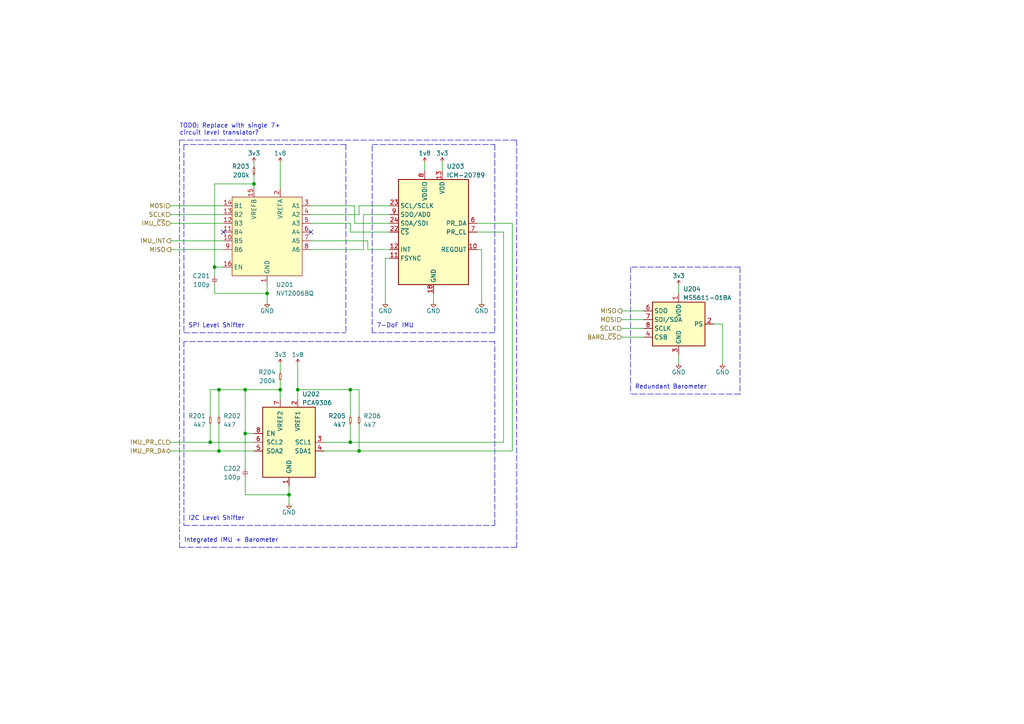
<source format=kicad_sch>
(kicad_sch (version 20211123) (generator eeschema)
  (paper "A4")
  (title_block (title "Lychee Flight Computer") (date "2021-12-31") (rev "1") (company "Cambridge University Spaceflight") (comment 1 "Drawn By H. Franks"))
  (lib_symbols
    (symbol "Strix:1v8" (power) (pin_numbers hide) (pin_names (offset 1.016) hide)
      (property "Value" "1v8" (at 0 2.286 0))
      (symbol "1v8_0_1"
        (polyline (pts (xy 0 1.27) (xy 0.508 0.508)))
        (polyline (pts (xy 0 0) (xy 0 1.27) (xy -0.508 0.508)))
      )
      (symbol "1v8_1_1"
        (pin power_in line (at 0 0 180) (length 0) hide (name "1v8") (number "1"))
      )
    )
    (symbol "Strix:3v3" (power) (pin_numbers hide) (pin_names (offset 1.016) hide)
      (property "Value" "3v3" (at 0 2.286 0))
      (symbol "3v3_0_1"
        (polyline (pts (xy 0 1.27) (xy 0.508 0.508)))
        (polyline (pts (xy 0 0) (xy 0 1.27) (xy -0.508 0.508)))
      )
      (symbol "3v3_1_1"
        (pin power_in line (at 0 0 180) (length 0) hide (name "3v3") (number "1"))
      )
    )
    (symbol "Strix:C" (pin_numbers hide) (pin_names (offset 1.016) hide)
      (property "Reference" "C" (at 1.27 1.778 0))
      (property "Value" "C" (at 1.27 -1.778 0))
      (symbol "C_0_1"
        (polyline (pts (xy 1.016 0.762) (xy 1.016 -0.762)))
        (polyline (pts (xy 1.524 0.762) (xy 1.524 -0.762)))
      )
      (symbol "C_1_1"
        (pin passive line (at 0 0 0) (length 1.016) (name "~") (number "1"))
        (pin passive line (at 2.54 0 180) (length 1.016) (name "~") (number "2"))
      )
    )
    (symbol "Strix:GND" (power) (pin_numbers hide) (pin_names (offset 1.016) hide)
      (property "Value" "GND" (at 0 -2.54 0))
      (symbol "GND_0_1"
        (polyline (pts (xy 0 0) (xy 0 -0.762)))
        (polyline (pts (xy -0.762 -0.762) (xy 0.762 -0.762) (xy 0 -1.524) (xy -0.762 -0.762)) (fill (type background)))
      )
      (symbol "GND_1_1"
        (pin power_in line (at 0 0 180) (length 0) hide (name "GND") (number "1"))
      )
    )
    (symbol "Strix:ICM-20789"
      (property "Reference" "U" (at 11.43 16.51 0))
      (property "Value" "ICM-20789" (at 11.43 13.97 0))
      (symbol "ICM-20789_0_1"
        (rectangle (start -10.16 15.24) (end 10.16 -15.24) (stroke (width 0.254)) (fill (type background)))
      )
      (symbol "ICM-20789_1_1"
        (pin no_connect line (at -12.7 12.7 0) (length 2.54) hide (name "NC") (number "1"))
        (pin passive line (at 12.7 -5.08 180) (length 2.54) (name "REGOUT") (number "10"))
        (pin input line (at -12.7 -7.62 0) (length 2.54) (name "FSYNC") (number "11"))
        (pin output line (at -12.7 -5.08 0) (length 2.54) (name "INT") (number "12"))
        (pin power_in line (at 2.54 17.78 270) (length 2.54) (name "VDD") (number "13"))
        (pin no_connect line (at 12.7 10.16 180) (length 2.54) hide (name "NC") (number "14"))
        (pin no_connect line (at 12.7 7.62 180) (length 2.54) hide (name "NC") (number "15"))
        (pin no_connect line (at 12.7 -7.62 180) (length 2.54) hide (name "NC") (number "16"))
        (pin no_connect line (at 12.7 -10.16 180) (length 2.54) hide (name "NC") (number "17"))
        (pin power_in line (at 0 -17.78 90) (length 2.54) (name "GND") (number "18"))
        (pin no_connect line (at 12.7 -12.7 180) (length 2.54) hide (name "NC") (number "19"))
        (pin no_connect line (at -12.7 10.16 0) (length 2.54) hide (name "NC") (number "2"))
        (pin no_connect line (at 0 -17.78 90) (length 2.54) hide (name "NC") (number "20"))
        (pin no_connect line (at 12.7 5.08 180) (length 2.54) hide (name "NC") (number "21"))
        (pin input line (at -12.7 0 0) (length 2.54) (name "~{CS}") (number "22"))
        (pin input line (at -12.7 7.62 0) (length 2.54) (name "SCL/SCLK") (number "23"))
        (pin bidirectional line (at -12.7 2.54 0) (length 2.54) (name "SDA/SDI") (number "24"))
        (pin no_connect line (at -12.7 -2.54 0) (length 2.54) hide (name "NC") (number "3"))
        (pin no_connect line (at -12.7 -10.16 0) (length 2.54) hide (name "NC") (number "4"))
        (pin no_connect line (at -12.7 -12.7 0) (length 2.54) hide (name "NC") (number "5"))
        (pin bidirectional line (at 12.7 2.54 180) (length 2.54) (name "PR_DA") (number "6"))
        (pin input line (at 12.7 0 180) (length 2.54) (name "PR_CL") (number "7"))
        (pin power_in line (at -2.54 17.78 270) (length 2.54) (name "VDDIO") (number "8"))
        (pin bidirectional line (at -12.7 5.08 0) (length 2.54) (name "SDO/AD0") (number "9"))
      )
    )
    (symbol "Strix:MS5611-01BA"
      (property "Reference" "U" (at -6.35 7.62 0))
      (property "Value" "MS5611-01BA" (at 7.62 7.62 0))
      (symbol "MS5611-01BA_0_1"
        (rectangle (start -7.62 6.35) (end 7.62 -6.35) (stroke (width 0.254)) (fill (type background)))
      )
      (symbol "MS5611-01BA_1_1"
        (pin power_in line (at 0 8.89 270) (length 2.54) (name "VDD") (number "1"))
        (pin input line (at 10.16 0 180) (length 2.54) (name "PS") (number "2"))
        (pin power_in line (at 0 -8.89 90) (length 2.54) (name "GND") (number "3"))
        (pin input line (at -10.16 -3.81 0) (length 2.54) (name "CSB") (number "4"))
        (pin input line (at -10.16 -3.81 0) (length 2.54) hide (name "CSB") (number "5"))
        (pin output line (at -10.16 3.81 0) (length 2.54) (name "SDO") (number "6"))
        (pin bidirectional line (at -10.16 1.27 0) (length 2.54) (name "SDI/SDA") (number "7"))
        (pin input line (at -10.16 -1.27 0) (length 2.54) (name "SCLK") (number "8"))
      )
    )
    (symbol "Strix:NVT2006BQ"
      (property "Reference" "U" (at 5.08 12.7 0))
      (property "Value" "NVT2006BQ" (at 5.08 10.16 0))
      (symbol "NVT2006BQ_0_0"
        (pin power_in line (at 0 -16.51 90) (length 2.54) (name "GND") (number "1"))
        (pin bidirectional line (at 12.7 -3.81 180) (length 2.54) (name "B5") (number "10"))
        (pin bidirectional line (at 12.7 -1.27 180) (length 2.54) (name "B4") (number "11"))
        (pin bidirectional line (at 12.7 1.27 180) (length 2.54) (name "B3") (number "12"))
        (pin bidirectional line (at 12.7 3.81 180) (length 2.54) (name "B2") (number "13"))
        (pin bidirectional line (at 12.7 6.35 180) (length 2.54) (name "B1") (number "14"))
        (pin power_in line (at 3.81 11.43 270) (length 2.54) (name "VREFB") (number "15"))
        (pin input line (at 12.7 -11.43 180) (length 2.54) (name "EN") (number "16"))
        (pin power_in line (at -3.81 11.43 270) (length 2.54) (name "VREFA") (number "2"))
        (pin bidirectional line (at -12.7 6.35 0) (length 2.54) (name "A1") (number "3"))
        (pin bidirectional line (at -12.7 3.81 0) (length 2.54) (name "A2") (number "4"))
        (pin bidirectional line (at -12.7 1.27 0) (length 2.54) (name "A3") (number "5"))
        (pin bidirectional line (at -12.7 -1.27 0) (length 2.54) (name "A4") (number "6"))
        (pin bidirectional line (at -12.7 -3.81 0) (length 2.54) (name "A5") (number "7"))
        (pin bidirectional line (at -12.7 -6.35 0) (length 2.54) (name "A6") (number "8"))
        (pin bidirectional line (at 12.7 -6.35 180) (length 2.54) (name "B6") (number "9"))
      )
      (symbol "NVT2006BQ_0_1"
        (rectangle (start -10.16 8.89) (end 10.16 -13.97) (fill (type background)))
      )
    )
    (symbol "Strix:PCA9306" (pin_names (offset 1.016))
      (property "Reference" "U" (at -7.62 11.43 0))
      (property "Value" "PCA9306" (at 5.08 11.43 0))
      (symbol "PCA9306_0_1"
        (rectangle (start -7.62 10.16) (end 7.62 -10.16) (stroke (width 0.254)) (fill (type background)))
      )
      (symbol "PCA9306_1_1"
        (pin power_in line (at 0 -12.7 90) (length 2.54) (name "GND") (number "1"))
        (pin power_in line (at -2.54 12.7 270) (length 2.54) (name "VREF1") (number "2"))
        (pin bidirectional line (at -10.16 0 0) (length 2.54) (name "SCL1") (number "3"))
        (pin bidirectional line (at -10.16 -2.54 0) (length 2.54) (name "SDA1") (number "4"))
        (pin bidirectional line (at 10.16 -2.54 180) (length 2.54) (name "SDA2") (number "5"))
        (pin bidirectional line (at 10.16 0 180) (length 2.54) (name "SCL2") (number "6"))
        (pin power_in line (at 2.54 12.7 270) (length 2.54) (name "VREF2") (number "7"))
        (pin input line (at 10.16 2.54 180) (length 2.54) (name "EN") (number "8"))
      )
    )
    (symbol "Strix:R" (pin_numbers hide) (pin_names (offset 1.016) hide)
      (property "Reference" "R" (at 1.27 1.27 0))
      (property "Value" "R" (at 1.27 -1.27 0))
      (symbol "R_0_1"
        (rectangle (start 0.508 0.254) (end 2.032 -0.254) (fill (type background)))
      )
      (symbol "R_1_1"
        (pin passive line (at 0 0 0) (length 0.508) (name "~") (number "1"))
        (pin passive line (at 2.54 0 180) (length 0.508) (name "~") (number "2"))
      )
    )
  )
  (junction (at 101.6 128.27))
  (junction (at 63.5 113.03))
  (junction (at 62.23 77.47))
  (junction (at 60.96 128.27))
  (junction (at 86.36 113.03))
  (junction (at 81.28 113.03))
  (junction (at 73.66 53.34))
  (junction (at 104.14 130.81))
  (junction (at 83.82 143.51))
  (junction (at 77.47 85.09))
  (junction (at 71.12 113.03))
  (junction (at 71.12 125.73))
  (junction (at 63.5 130.81))
  (junction (at 101.6 113.03))
  (no_connect (at 90.17 67.31))
  (no_connect (at 64.77 67.31))
  (wire (pts (xy 128.27 49.53) (xy 128.27 46.99)))
  (polyline (pts (xy 143.51 96.52) (xy 107.95 96.52)))
  (wire (pts (xy 90.17 62.23) (xy 104.14 62.23)))
  (wire (pts (xy 62.23 85.09) (xy 77.47 85.09)))
  (wire (pts (xy 49.53 128.27) (xy 60.96 128.27)))
  (wire (pts (xy 73.66 50.8) (xy 73.66 53.34)))
  (polyline (pts (xy 214.63 114.3) (xy 182.88 114.3)))
  (wire (pts (xy 113.03 64.77) (xy 102.87 64.77)))
  (wire (pts (xy 81.28 110.49) (xy 81.28 113.03)))
  (polyline (pts (xy 107.95 41.91) (xy 143.51 41.91)))
  (wire (pts (xy 101.6 128.27) (xy 146.05 128.27)))
  (wire (pts (xy 49.53 69.85) (xy 64.77 69.85)))
  (wire (pts (xy 62.23 53.34) (xy 73.66 53.34)))
  (wire (pts (xy 93.98 130.81) (xy 104.14 130.81)))
  (wire (pts (xy 71.12 125.73) (xy 73.66 125.73)))
  (wire (pts (xy 77.47 85.09) (xy 77.47 87.63)))
  (wire (pts (xy 104.14 123.19) (xy 104.14 130.81)))
  (wire (pts (xy 62.23 82.55) (xy 62.23 85.09)))
  (wire (pts (xy 49.53 130.81) (xy 63.5 130.81)))
  (wire (pts (xy 104.14 59.69) (xy 113.03 59.69)))
  (wire (pts (xy 63.5 113.03) (xy 71.12 113.03)))
  (wire (pts (xy 180.34 92.71) (xy 186.69 92.71)))
  (wire (pts (xy 106.68 72.39) (xy 106.68 69.85)))
  (polyline (pts (xy 214.63 77.47) (xy 182.88 77.47)))
  (polyline (pts (xy 53.34 41.91) (xy 53.34 96.52)))
  (wire (pts (xy 73.66 46.99) (xy 73.66 48.26)))
  (wire (pts (xy 71.12 143.51) (xy 83.82 143.51)))
  (wire (pts (xy 71.12 125.73) (xy 71.12 135.89)))
  (wire (pts (xy 63.5 113.03) (xy 60.96 113.03)))
  (wire (pts (xy 104.14 62.23) (xy 104.14 59.69)))
  (wire (pts (xy 102.87 64.77) (xy 102.87 59.69)))
  (wire (pts (xy 63.5 113.03) (xy 63.5 120.65)))
  (wire (pts (xy 101.6 113.03) (xy 104.14 113.03)))
  (wire (pts (xy 83.82 143.51) (xy 83.82 146.05)))
  (wire (pts (xy 101.6 64.77) (xy 90.17 64.77)))
  (polyline (pts (xy 53.34 99.06) (xy 53.34 152.4)))
  (wire (pts (xy 81.28 105.41) (xy 81.28 107.95)))
  (wire (pts (xy 148.59 130.81) (xy 148.59 64.77)))
  (wire (pts (xy 104.14 113.03) (xy 104.14 120.65)))
  (wire (pts (xy 86.36 105.41) (xy 86.36 113.03)))
  (polyline (pts (xy 100.33 41.91) (xy 53.34 41.91)))
  (wire (pts (xy 90.17 72.39) (xy 105.41 72.39)))
  (wire (pts (xy 102.87 59.69) (xy 90.17 59.69)))
  (wire (pts (xy 111.76 74.93) (xy 113.03 74.93)))
  (polyline (pts (xy 182.88 77.47) (xy 182.88 114.3)))
  (wire (pts (xy 71.12 113.03) (xy 71.12 125.73)))
  (wire (pts (xy 139.7 72.39) (xy 139.7 87.63)))
  (wire (pts (xy 49.53 62.23) (xy 64.77 62.23)))
  (wire (pts (xy 60.96 113.03) (xy 60.96 120.65)))
  (wire (pts (xy 73.66 53.34) (xy 73.66 54.61)))
  (polyline (pts (xy 214.63 77.47) (xy 214.63 114.3)))
  (wire (pts (xy 196.85 85.09) (xy 196.85 82.55)))
  (wire (pts (xy 60.96 128.27) (xy 73.66 128.27)))
  (wire (pts (xy 123.19 49.53) (xy 123.19 46.99)))
  (wire (pts (xy 180.34 95.25) (xy 186.69 95.25)))
  (wire (pts (xy 81.28 46.99) (xy 81.28 54.61)))
  (wire (pts (xy 81.28 113.03) (xy 81.28 115.57)))
  (wire (pts (xy 83.82 140.97) (xy 83.82 143.51)))
  (wire (pts (xy 49.53 72.39) (xy 64.77 72.39)))
  (polyline (pts (xy 149.86 40.64) (xy 149.86 158.75)))
  (wire (pts (xy 105.41 72.39) (xy 105.41 62.23)))
  (polyline (pts (xy 149.86 158.75) (xy 52.07 158.75)))
  (wire (pts (xy 62.23 77.47) (xy 62.23 80.01)))
  (wire (pts (xy 111.76 74.93) (xy 111.76 87.63)))
  (wire (pts (xy 106.68 69.85) (xy 90.17 69.85)))
  (wire (pts (xy 101.6 123.19) (xy 101.6 128.27)))
  (polyline (pts (xy 107.95 96.52) (xy 107.95 41.91)))
  (wire (pts (xy 63.5 123.19) (xy 63.5 130.81)))
  (wire (pts (xy 101.6 113.03) (xy 86.36 113.03)))
  (wire (pts (xy 209.55 93.98) (xy 209.55 105.41)))
  (wire (pts (xy 105.41 62.23) (xy 113.03 62.23)))
  (wire (pts (xy 101.6 120.65) (xy 101.6 113.03)))
  (polyline (pts (xy 52.07 40.64) (xy 149.86 40.64)))
  (polyline (pts (xy 53.34 152.4) (xy 143.51 152.4)))
  (wire (pts (xy 104.14 130.81) (xy 148.59 130.81)))
  (wire (pts (xy 86.36 113.03) (xy 86.36 115.57)))
  (wire (pts (xy 93.98 128.27) (xy 101.6 128.27)))
  (wire (pts (xy 125.73 85.09) (xy 125.73 87.63)))
  (polyline (pts (xy 143.51 41.91) (xy 143.51 96.52)))
  (wire (pts (xy 113.03 67.31) (xy 101.6 67.31)))
  (wire (pts (xy 71.12 138.43) (xy 71.12 143.51)))
  (wire (pts (xy 77.47 82.55) (xy 77.47 85.09)))
  (polyline (pts (xy 53.34 96.52) (xy 100.33 96.52)))
  (wire (pts (xy 113.03 72.39) (xy 106.68 72.39)))
  (wire (pts (xy 196.85 102.87) (xy 196.85 105.41)))
  (wire (pts (xy 146.05 67.31) (xy 146.05 128.27)))
  (polyline (pts (xy 100.33 41.91) (xy 100.33 96.52)))
  (wire (pts (xy 49.53 64.77) (xy 64.77 64.77)))
  (wire (pts (xy 49.53 59.69) (xy 64.77 59.69)))
  (wire (pts (xy 138.43 67.31) (xy 146.05 67.31)))
  (wire (pts (xy 101.6 67.31) (xy 101.6 64.77)))
  (polyline (pts (xy 52.07 40.64) (xy 52.07 158.75)))
  (wire (pts (xy 138.43 72.39) (xy 139.7 72.39)))
  (wire (pts (xy 180.34 90.17) (xy 186.69 90.17)))
  (wire (pts (xy 71.12 113.03) (xy 81.28 113.03)))
  (wire (pts (xy 62.23 53.34) (xy 62.23 77.47)))
  (wire (pts (xy 209.55 93.98) (xy 207.01 93.98)))
  (polyline (pts (xy 143.51 152.4) (xy 143.51 99.06)))
  (wire (pts (xy 62.23 77.47) (xy 64.77 77.47)))
  (wire (pts (xy 180.34 97.79) (xy 186.69 97.79)))
  (wire (pts (xy 60.96 123.19) (xy 60.96 128.27)))
  (wire (pts (xy 148.59 64.77) (xy 138.43 64.77)))
  (wire (pts (xy 63.5 130.81) (xy 73.66 130.81)))
  (polyline (pts (xy 143.51 99.06) (xy 53.34 99.06)))
  (text "SPI Level Shifter" (at 54.61 95.25 0) (effects (font (size 1.27 1.27)) (justify left bottom)))
  (text "Integrated IMU + Barometer" (at 53.34 157.48 0) (effects (font (size 1.27 1.27)) (justify left bottom)))
  (text "Redundant Barometer" (at 184.15 113.03 0) (effects (font (size 1.27 1.27)) (justify left bottom)))
  (text "I2C Level Shifter" (at 54.61 151.13 0) (effects (font (size 1.27 1.27)) (justify left bottom)))
  (text "TODO: Replace with single 7+\ncircuit level translator?" (at 52.07 39.37 0) (effects (font (size 1.27 1.27)) (justify left bottom)))
  (text "7-DoF IMU" (at 109.22 95.25 0) (effects (font (size 1.27 1.27)) (justify left bottom)))
  (hierarchical_label "IMU_INT" (shape output) (at 49.53 69.85 180))
  (hierarchical_label "SCLK" (shape input) (at 180.34 95.25 180))
  (hierarchical_label "MOSI" (shape input) (at 180.34 92.71 180))
  (hierarchical_label "BARO_~{CS}" (shape input) (at 180.34 97.79 180))
  (hierarchical_label "IMU_PR_CL" (shape input) (at 49.53 128.27 180))
  (hierarchical_label "MOSI" (shape input) (at 49.53 59.69 180))
  (hierarchical_label "IMU_PR_DA" (shape bidirectional) (at 49.53 130.81 180))
  (hierarchical_label "MISO" (shape output) (at 180.34 90.17 180))
  (hierarchical_label "MISO" (shape output) (at 49.53 72.39 180))
  (hierarchical_label "IMU_~{CS}" (shape input) (at 49.53 64.77 180))
  (hierarchical_label "SCLK" (shape input) (at 49.53 62.23 180))
  (symbol (lib_id "Strix:GND") (at 196.85 105.41 0) (unit 1)
    (property "Reference" "#PWR0213" (effects hide))
    (property "Value" "GND" (at 196.85 107.95 0))
  )
  (symbol (lib_id "Strix:3v3") (at 196.85 82.55 0) (unit 1)
    (property "Reference" "#PWR0212" (effects hide))
    (property "Value" "3v3" (at 196.85 80.01 0))
  )
  (symbol (lib_id "Strix:1v8") (at 81.28 46.99 0) (unit 1)
    (property "Reference" "#PWR0203" (effects hide))
    (property "Value" "1v8" (at 81.28 44.45 0))
  )
  (symbol (lib_id "Strix:GND") (at 77.47 87.63 0) (mirror y) (unit 1)
    (property "Reference" "#PWR0202" (effects hide))
    (property "Value" "GND" (at 77.47 90.17 0))
  )
  (symbol (lib_id "Strix:1v8") (at 123.19 46.99 0) (unit 1)
    (property "Reference" "#PWR0208" (effects hide))
    (property "Value" "1v8" (at 123.19 44.45 0))
  )
  (symbol (lib_id "Strix:3v3") (at 128.27 46.99 0) (unit 1)
    (property "Reference" "#PWR0210" (effects hide))
    (property "Value" "3v3" (at 128.27 44.45 0))
  )
  (symbol (lib_id "Strix:GND") (at 125.73 87.63 0) (unit 1)
    (property "Reference" "#PWR0209" (effects hide))
    (property "Value" "GND" (at 125.73 90.17 0))
  )
  (symbol (lib_id "Strix:GND") (at 139.7 87.63 0) (unit 1)
    (property "Reference" "#PWR0211" (effects hide))
    (property "Value" "GND" (at 139.7 90.17 0))
  )
  (symbol (lib_id "Strix:GND") (at 111.76 87.63 0) (unit 1)
    (property "Reference" "#PWR0207" (effects hide))
    (property "Value" "GND" (at 111.76 90.17 0))
  )
  (symbol (lib_id "Strix:NVT2006BQ") (at 77.47 66.04 0) (mirror y) (unit 1)
    (property "Reference" "U201" (at 80.01 82.55 0) (effects (justify right)))
    (property "Value" "NVT2006BQ" (at 80.01 85.09 0) (effects (justify right)))
    (property "Footprint" "Strix:NVT2006BQ" (effects hide))
  )
  (symbol (lib_id "Strix:R") (at 104.14 120.65 270) (unit 1)
    (property "Reference" "R206" (at 105.41 120.65 90) (effects (justify left)))
    (property "Value" "4k7" (at 105.41 123.19 90) (effects (justify left)))
    (property "Footprint" "Strix:R_0402" (effects hide))
  )
  (symbol (lib_id "Strix:R") (at 101.6 120.65 90) (mirror x) (unit 1)
    (property "Reference" "R205" (at 100.33 120.65 90) (effects (justify left)))
    (property "Value" "4k7" (at 100.33 123.19 90) (effects (justify left)))
    (property "Footprint" "Strix:R_0402" (effects hide))
  )
  (symbol (lib_id "Strix:GND") (at 209.55 105.41 0) (unit 1)
    (property "Reference" "#PWR0214" (effects hide))
    (property "Value" "GND" (at 209.55 107.95 0))
  )
  (symbol (lib_id "Strix:C") (at 62.23 82.55 90) (unit 1)
    (property "Reference" "C201" (at 60.96 80.01 90) (effects (justify left)))
    (property "Value" "100p" (at 60.96 82.55 90) (effects (justify left)))
    (property "Footprint" "Strix:C_0402" (effects hide))
  )
  (symbol (lib_id "Strix:1v8") (at 86.36 105.41 0) (unit 1)
    (property "Reference" "#PWR0206" (effects hide))
    (property "Value" "1v8" (at 86.36 102.87 0))
  )
  (symbol (lib_id "Strix:3v3") (at 73.66 46.99 0) (unit 1)
    (property "Reference" "#PWR0201" (effects hide))
    (property "Value" "3v3" (at 73.66 44.45 0))
  )
  (symbol (lib_id "Strix:GND") (at 83.82 146.05 0) (mirror y) (unit 1)
    (property "Reference" "#PWR0205" (effects hide))
    (property "Value" "GND" (at 83.82 148.59 0))
  )
  (symbol (lib_id "Strix:ICM-20789") (at 125.73 67.31 0) (unit 1)
    (property "Reference" "U203" (at 129.54 48.26 0) (effects (justify left)))
    (property "Value" "ICM-20789" (at 129.54 50.8 0) (effects (justify left)))
    (property "Footprint" "Strix:ICM-20789" (effects hide))
    (property "Datasheet" "http://www.invensense.com/wp-content/uploads/2016/06/DS-000189-ICM-20948-v1.3.pdf" (effects hide))
  )
  (symbol (lib_id "Strix:R") (at 60.96 120.65 90) (mirror x) (unit 1)
    (property "Reference" "R201" (at 59.69 120.65 90) (effects (justify left)))
    (property "Value" "4k7" (at 59.69 123.19 90) (effects (justify left)))
    (property "Footprint" "Strix:R_0402" (effects hide))
  )
  (symbol (lib_id "Strix:R") (at 73.66 48.26 90) (mirror x) (unit 1)
    (property "Reference" "R203" (at 72.39 48.26 90) (effects (justify left)))
    (property "Value" "200k" (at 72.39 50.8 90) (effects (justify left)))
    (property "Footprint" "Strix:R_0402" (effects hide))
  )
  (symbol (lib_id "Strix:R") (at 63.5 120.65 270) (unit 1)
    (property "Reference" "R202" (at 64.77 120.65 90) (effects (justify left)))
    (property "Value" "4k7" (at 64.77 123.19 90) (effects (justify left)))
    (property "Footprint" "Strix:R_0402" (effects hide))
  )
  (symbol (lib_id "Strix:3v3") (at 81.28 105.41 0) (unit 1)
    (property "Reference" "#PWR0204" (effects hide))
    (property "Value" "3v3" (at 81.28 102.87 0))
  )
  (symbol (lib_id "Strix:PCA9306") (at 83.82 128.27 0) (mirror y) (unit 1)
    (property "Reference" "U202" (at 87.63 114.3 0) (effects (justify right)))
    (property "Value" "PCA9306" (at 87.63 116.84 0) (effects (justify right)))
    (property "Footprint" "Strix:PCA9306" (effects hide))
    (property "Datasheet" "http://www.ti.com/lit/ds/symlink/pca9306.pdf" (effects hide))
  )
  (symbol (lib_id "Strix:R") (at 81.28 107.95 90) (mirror x) (unit 1)
    (property "Reference" "R204" (at 80.01 107.95 90) (effects (justify left)))
    (property "Value" "200k" (at 80.01 110.49 90) (effects (justify left)))
    (property "Footprint" "Strix:R_0402" (effects hide))
  )
  (symbol (lib_id "Strix:MS5611-01BA") (at 196.85 93.98 0) (unit 1)
    (property "Reference" "U204" (at 198.12 83.82 0) (effects (justify left)))
    (property "Value" "MS5611-01BA" (at 198.12 86.36 0) (effects (justify left)))
    (property "Footprint" "Strix:MS5611-01BA" (effects hide))
    (property "Datasheet" "https://www.te.com/commerce/DocumentDelivery/DDEController?Action=srchrtrv&DocNm=MS5611-01BA03&DocType=Data+Sheet&DocLang=English" (effects hide))
  )
  (symbol (lib_id "Strix:C") (at 71.12 138.43 90) (unit 1)
    (property "Reference" "C202" (at 69.85 135.89 90) (effects (justify left)))
    (property "Value" "100p" (at 69.85 138.43 90) (effects (justify left)))
    (property "Footprint" "Strix:C_0402" (effects hide))
  )
)
</source>
